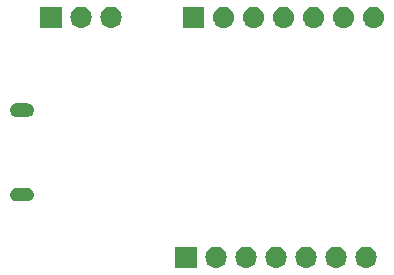
<source format=gbr>
G04 #@! TF.GenerationSoftware,KiCad,Pcbnew,(5.0.1)-3*
G04 #@! TF.CreationDate,2019-07-12T23:00:33+01:00*
G04 #@! TF.ProjectId,UsbToSerial,557362546F53657269616C2E6B696361,rev?*
G04 #@! TF.SameCoordinates,Original*
G04 #@! TF.FileFunction,Soldermask,Bot*
G04 #@! TF.FilePolarity,Negative*
%FSLAX46Y46*%
G04 Gerber Fmt 4.6, Leading zero omitted, Abs format (unit mm)*
G04 Created by KiCad (PCBNEW (5.0.1)-3) date 12/07/2019 23:00:33*
%MOMM*%
%LPD*%
G01*
G04 APERTURE LIST*
%ADD10C,0.100000*%
G04 APERTURE END LIST*
D10*
G36*
X107425443Y-89275519D02*
X107491627Y-89282037D01*
X107604853Y-89316384D01*
X107661467Y-89333557D01*
X107800087Y-89407652D01*
X107817991Y-89417222D01*
X107853729Y-89446552D01*
X107955186Y-89529814D01*
X108038448Y-89631271D01*
X108067778Y-89667009D01*
X108067779Y-89667011D01*
X108151443Y-89823533D01*
X108151443Y-89823534D01*
X108202963Y-89993373D01*
X108220359Y-90170000D01*
X108202963Y-90346627D01*
X108168616Y-90459853D01*
X108151443Y-90516467D01*
X108077348Y-90655087D01*
X108067778Y-90672991D01*
X108038448Y-90708729D01*
X107955186Y-90810186D01*
X107853729Y-90893448D01*
X107817991Y-90922778D01*
X107817989Y-90922779D01*
X107661467Y-91006443D01*
X107604853Y-91023616D01*
X107491627Y-91057963D01*
X107425442Y-91064482D01*
X107359260Y-91071000D01*
X107270740Y-91071000D01*
X107204558Y-91064482D01*
X107138373Y-91057963D01*
X107025147Y-91023616D01*
X106968533Y-91006443D01*
X106812011Y-90922779D01*
X106812009Y-90922778D01*
X106776271Y-90893448D01*
X106674814Y-90810186D01*
X106591552Y-90708729D01*
X106562222Y-90672991D01*
X106552652Y-90655087D01*
X106478557Y-90516467D01*
X106461384Y-90459853D01*
X106427037Y-90346627D01*
X106409641Y-90170000D01*
X106427037Y-89993373D01*
X106478557Y-89823534D01*
X106478557Y-89823533D01*
X106562221Y-89667011D01*
X106562222Y-89667009D01*
X106591552Y-89631271D01*
X106674814Y-89529814D01*
X106776271Y-89446552D01*
X106812009Y-89417222D01*
X106829913Y-89407652D01*
X106968533Y-89333557D01*
X107025147Y-89316384D01*
X107138373Y-89282037D01*
X107204557Y-89275519D01*
X107270740Y-89269000D01*
X107359260Y-89269000D01*
X107425443Y-89275519D01*
X107425443Y-89275519D01*
G37*
G36*
X104885443Y-89275519D02*
X104951627Y-89282037D01*
X105064853Y-89316384D01*
X105121467Y-89333557D01*
X105260087Y-89407652D01*
X105277991Y-89417222D01*
X105313729Y-89446552D01*
X105415186Y-89529814D01*
X105498448Y-89631271D01*
X105527778Y-89667009D01*
X105527779Y-89667011D01*
X105611443Y-89823533D01*
X105611443Y-89823534D01*
X105662963Y-89993373D01*
X105680359Y-90170000D01*
X105662963Y-90346627D01*
X105628616Y-90459853D01*
X105611443Y-90516467D01*
X105537348Y-90655087D01*
X105527778Y-90672991D01*
X105498448Y-90708729D01*
X105415186Y-90810186D01*
X105313729Y-90893448D01*
X105277991Y-90922778D01*
X105277989Y-90922779D01*
X105121467Y-91006443D01*
X105064853Y-91023616D01*
X104951627Y-91057963D01*
X104885442Y-91064482D01*
X104819260Y-91071000D01*
X104730740Y-91071000D01*
X104664558Y-91064482D01*
X104598373Y-91057963D01*
X104485147Y-91023616D01*
X104428533Y-91006443D01*
X104272011Y-90922779D01*
X104272009Y-90922778D01*
X104236271Y-90893448D01*
X104134814Y-90810186D01*
X104051552Y-90708729D01*
X104022222Y-90672991D01*
X104012652Y-90655087D01*
X103938557Y-90516467D01*
X103921384Y-90459853D01*
X103887037Y-90346627D01*
X103869641Y-90170000D01*
X103887037Y-89993373D01*
X103938557Y-89823534D01*
X103938557Y-89823533D01*
X104022221Y-89667011D01*
X104022222Y-89667009D01*
X104051552Y-89631271D01*
X104134814Y-89529814D01*
X104236271Y-89446552D01*
X104272009Y-89417222D01*
X104289913Y-89407652D01*
X104428533Y-89333557D01*
X104485147Y-89316384D01*
X104598373Y-89282037D01*
X104664557Y-89275519D01*
X104730740Y-89269000D01*
X104819260Y-89269000D01*
X104885443Y-89275519D01*
X104885443Y-89275519D01*
G37*
G36*
X102345443Y-89275519D02*
X102411627Y-89282037D01*
X102524853Y-89316384D01*
X102581467Y-89333557D01*
X102720087Y-89407652D01*
X102737991Y-89417222D01*
X102773729Y-89446552D01*
X102875186Y-89529814D01*
X102958448Y-89631271D01*
X102987778Y-89667009D01*
X102987779Y-89667011D01*
X103071443Y-89823533D01*
X103071443Y-89823534D01*
X103122963Y-89993373D01*
X103140359Y-90170000D01*
X103122963Y-90346627D01*
X103088616Y-90459853D01*
X103071443Y-90516467D01*
X102997348Y-90655087D01*
X102987778Y-90672991D01*
X102958448Y-90708729D01*
X102875186Y-90810186D01*
X102773729Y-90893448D01*
X102737991Y-90922778D01*
X102737989Y-90922779D01*
X102581467Y-91006443D01*
X102524853Y-91023616D01*
X102411627Y-91057963D01*
X102345442Y-91064482D01*
X102279260Y-91071000D01*
X102190740Y-91071000D01*
X102124558Y-91064482D01*
X102058373Y-91057963D01*
X101945147Y-91023616D01*
X101888533Y-91006443D01*
X101732011Y-90922779D01*
X101732009Y-90922778D01*
X101696271Y-90893448D01*
X101594814Y-90810186D01*
X101511552Y-90708729D01*
X101482222Y-90672991D01*
X101472652Y-90655087D01*
X101398557Y-90516467D01*
X101381384Y-90459853D01*
X101347037Y-90346627D01*
X101329641Y-90170000D01*
X101347037Y-89993373D01*
X101398557Y-89823534D01*
X101398557Y-89823533D01*
X101482221Y-89667011D01*
X101482222Y-89667009D01*
X101511552Y-89631271D01*
X101594814Y-89529814D01*
X101696271Y-89446552D01*
X101732009Y-89417222D01*
X101749913Y-89407652D01*
X101888533Y-89333557D01*
X101945147Y-89316384D01*
X102058373Y-89282037D01*
X102124557Y-89275519D01*
X102190740Y-89269000D01*
X102279260Y-89269000D01*
X102345443Y-89275519D01*
X102345443Y-89275519D01*
G37*
G36*
X99805443Y-89275519D02*
X99871627Y-89282037D01*
X99984853Y-89316384D01*
X100041467Y-89333557D01*
X100180087Y-89407652D01*
X100197991Y-89417222D01*
X100233729Y-89446552D01*
X100335186Y-89529814D01*
X100418448Y-89631271D01*
X100447778Y-89667009D01*
X100447779Y-89667011D01*
X100531443Y-89823533D01*
X100531443Y-89823534D01*
X100582963Y-89993373D01*
X100600359Y-90170000D01*
X100582963Y-90346627D01*
X100548616Y-90459853D01*
X100531443Y-90516467D01*
X100457348Y-90655087D01*
X100447778Y-90672991D01*
X100418448Y-90708729D01*
X100335186Y-90810186D01*
X100233729Y-90893448D01*
X100197991Y-90922778D01*
X100197989Y-90922779D01*
X100041467Y-91006443D01*
X99984853Y-91023616D01*
X99871627Y-91057963D01*
X99805442Y-91064482D01*
X99739260Y-91071000D01*
X99650740Y-91071000D01*
X99584558Y-91064482D01*
X99518373Y-91057963D01*
X99405147Y-91023616D01*
X99348533Y-91006443D01*
X99192011Y-90922779D01*
X99192009Y-90922778D01*
X99156271Y-90893448D01*
X99054814Y-90810186D01*
X98971552Y-90708729D01*
X98942222Y-90672991D01*
X98932652Y-90655087D01*
X98858557Y-90516467D01*
X98841384Y-90459853D01*
X98807037Y-90346627D01*
X98789641Y-90170000D01*
X98807037Y-89993373D01*
X98858557Y-89823534D01*
X98858557Y-89823533D01*
X98942221Y-89667011D01*
X98942222Y-89667009D01*
X98971552Y-89631271D01*
X99054814Y-89529814D01*
X99156271Y-89446552D01*
X99192009Y-89417222D01*
X99209913Y-89407652D01*
X99348533Y-89333557D01*
X99405147Y-89316384D01*
X99518373Y-89282037D01*
X99584557Y-89275519D01*
X99650740Y-89269000D01*
X99739260Y-89269000D01*
X99805443Y-89275519D01*
X99805443Y-89275519D01*
G37*
G36*
X97265443Y-89275519D02*
X97331627Y-89282037D01*
X97444853Y-89316384D01*
X97501467Y-89333557D01*
X97640087Y-89407652D01*
X97657991Y-89417222D01*
X97693729Y-89446552D01*
X97795186Y-89529814D01*
X97878448Y-89631271D01*
X97907778Y-89667009D01*
X97907779Y-89667011D01*
X97991443Y-89823533D01*
X97991443Y-89823534D01*
X98042963Y-89993373D01*
X98060359Y-90170000D01*
X98042963Y-90346627D01*
X98008616Y-90459853D01*
X97991443Y-90516467D01*
X97917348Y-90655087D01*
X97907778Y-90672991D01*
X97878448Y-90708729D01*
X97795186Y-90810186D01*
X97693729Y-90893448D01*
X97657991Y-90922778D01*
X97657989Y-90922779D01*
X97501467Y-91006443D01*
X97444853Y-91023616D01*
X97331627Y-91057963D01*
X97265442Y-91064482D01*
X97199260Y-91071000D01*
X97110740Y-91071000D01*
X97044558Y-91064482D01*
X96978373Y-91057963D01*
X96865147Y-91023616D01*
X96808533Y-91006443D01*
X96652011Y-90922779D01*
X96652009Y-90922778D01*
X96616271Y-90893448D01*
X96514814Y-90810186D01*
X96431552Y-90708729D01*
X96402222Y-90672991D01*
X96392652Y-90655087D01*
X96318557Y-90516467D01*
X96301384Y-90459853D01*
X96267037Y-90346627D01*
X96249641Y-90170000D01*
X96267037Y-89993373D01*
X96318557Y-89823534D01*
X96318557Y-89823533D01*
X96402221Y-89667011D01*
X96402222Y-89667009D01*
X96431552Y-89631271D01*
X96514814Y-89529814D01*
X96616271Y-89446552D01*
X96652009Y-89417222D01*
X96669913Y-89407652D01*
X96808533Y-89333557D01*
X96865147Y-89316384D01*
X96978373Y-89282037D01*
X97044557Y-89275519D01*
X97110740Y-89269000D01*
X97199260Y-89269000D01*
X97265443Y-89275519D01*
X97265443Y-89275519D01*
G37*
G36*
X94725443Y-89275519D02*
X94791627Y-89282037D01*
X94904853Y-89316384D01*
X94961467Y-89333557D01*
X95100087Y-89407652D01*
X95117991Y-89417222D01*
X95153729Y-89446552D01*
X95255186Y-89529814D01*
X95338448Y-89631271D01*
X95367778Y-89667009D01*
X95367779Y-89667011D01*
X95451443Y-89823533D01*
X95451443Y-89823534D01*
X95502963Y-89993373D01*
X95520359Y-90170000D01*
X95502963Y-90346627D01*
X95468616Y-90459853D01*
X95451443Y-90516467D01*
X95377348Y-90655087D01*
X95367778Y-90672991D01*
X95338448Y-90708729D01*
X95255186Y-90810186D01*
X95153729Y-90893448D01*
X95117991Y-90922778D01*
X95117989Y-90922779D01*
X94961467Y-91006443D01*
X94904853Y-91023616D01*
X94791627Y-91057963D01*
X94725442Y-91064482D01*
X94659260Y-91071000D01*
X94570740Y-91071000D01*
X94504558Y-91064482D01*
X94438373Y-91057963D01*
X94325147Y-91023616D01*
X94268533Y-91006443D01*
X94112011Y-90922779D01*
X94112009Y-90922778D01*
X94076271Y-90893448D01*
X93974814Y-90810186D01*
X93891552Y-90708729D01*
X93862222Y-90672991D01*
X93852652Y-90655087D01*
X93778557Y-90516467D01*
X93761384Y-90459853D01*
X93727037Y-90346627D01*
X93709641Y-90170000D01*
X93727037Y-89993373D01*
X93778557Y-89823534D01*
X93778557Y-89823533D01*
X93862221Y-89667011D01*
X93862222Y-89667009D01*
X93891552Y-89631271D01*
X93974814Y-89529814D01*
X94076271Y-89446552D01*
X94112009Y-89417222D01*
X94129913Y-89407652D01*
X94268533Y-89333557D01*
X94325147Y-89316384D01*
X94438373Y-89282037D01*
X94504557Y-89275519D01*
X94570740Y-89269000D01*
X94659260Y-89269000D01*
X94725443Y-89275519D01*
X94725443Y-89275519D01*
G37*
G36*
X92976000Y-91071000D02*
X91174000Y-91071000D01*
X91174000Y-89269000D01*
X92976000Y-89269000D01*
X92976000Y-91071000D01*
X92976000Y-91071000D01*
G37*
G36*
X78712916Y-84287334D02*
X78821492Y-84320271D01*
X78921557Y-84373756D01*
X79009264Y-84445736D01*
X79081244Y-84533443D01*
X79134729Y-84633508D01*
X79167666Y-84742084D01*
X79178787Y-84855000D01*
X79167666Y-84967916D01*
X79134729Y-85076492D01*
X79081244Y-85176557D01*
X79009264Y-85264264D01*
X78921557Y-85336244D01*
X78821492Y-85389729D01*
X78712916Y-85422666D01*
X78628298Y-85431000D01*
X77721702Y-85431000D01*
X77637084Y-85422666D01*
X77528508Y-85389729D01*
X77428443Y-85336244D01*
X77340736Y-85264264D01*
X77268756Y-85176557D01*
X77215271Y-85076492D01*
X77182334Y-84967916D01*
X77171213Y-84855000D01*
X77182334Y-84742084D01*
X77215271Y-84633508D01*
X77268756Y-84533443D01*
X77340736Y-84445736D01*
X77428443Y-84373756D01*
X77528508Y-84320271D01*
X77637084Y-84287334D01*
X77721702Y-84279000D01*
X78628298Y-84279000D01*
X78712916Y-84287334D01*
X78712916Y-84287334D01*
G37*
G36*
X78712916Y-77137334D02*
X78821492Y-77170271D01*
X78921557Y-77223756D01*
X79009264Y-77295736D01*
X79081244Y-77383443D01*
X79134729Y-77483508D01*
X79167666Y-77592084D01*
X79178787Y-77705000D01*
X79167666Y-77817916D01*
X79134729Y-77926492D01*
X79081244Y-78026557D01*
X79009264Y-78114264D01*
X78921557Y-78186244D01*
X78821492Y-78239729D01*
X78712916Y-78272666D01*
X78628298Y-78281000D01*
X77721702Y-78281000D01*
X77637084Y-78272666D01*
X77528508Y-78239729D01*
X77428443Y-78186244D01*
X77340736Y-78114264D01*
X77268756Y-78026557D01*
X77215271Y-77926492D01*
X77182334Y-77817916D01*
X77171213Y-77705000D01*
X77182334Y-77592084D01*
X77215271Y-77483508D01*
X77268756Y-77383443D01*
X77340736Y-77295736D01*
X77428443Y-77223756D01*
X77528508Y-77170271D01*
X77637084Y-77137334D01*
X77721702Y-77129000D01*
X78628298Y-77129000D01*
X78712916Y-77137334D01*
X78712916Y-77137334D01*
G37*
G36*
X81546000Y-70751000D02*
X79744000Y-70751000D01*
X79744000Y-68949000D01*
X81546000Y-68949000D01*
X81546000Y-70751000D01*
X81546000Y-70751000D01*
G37*
G36*
X85835443Y-68955519D02*
X85901627Y-68962037D01*
X86014853Y-68996384D01*
X86071467Y-69013557D01*
X86210087Y-69087652D01*
X86227991Y-69097222D01*
X86263729Y-69126552D01*
X86365186Y-69209814D01*
X86448448Y-69311271D01*
X86477778Y-69347009D01*
X86477779Y-69347011D01*
X86561443Y-69503533D01*
X86561443Y-69503534D01*
X86612963Y-69673373D01*
X86630359Y-69850000D01*
X86612963Y-70026627D01*
X86578616Y-70139853D01*
X86561443Y-70196467D01*
X86487348Y-70335087D01*
X86477778Y-70352991D01*
X86448448Y-70388729D01*
X86365186Y-70490186D01*
X86263729Y-70573448D01*
X86227991Y-70602778D01*
X86227989Y-70602779D01*
X86071467Y-70686443D01*
X86014853Y-70703616D01*
X85901627Y-70737963D01*
X85835443Y-70744481D01*
X85769260Y-70751000D01*
X85680740Y-70751000D01*
X85614557Y-70744481D01*
X85548373Y-70737963D01*
X85435147Y-70703616D01*
X85378533Y-70686443D01*
X85222011Y-70602779D01*
X85222009Y-70602778D01*
X85186271Y-70573448D01*
X85084814Y-70490186D01*
X85001552Y-70388729D01*
X84972222Y-70352991D01*
X84962652Y-70335087D01*
X84888557Y-70196467D01*
X84871384Y-70139853D01*
X84837037Y-70026627D01*
X84819641Y-69850000D01*
X84837037Y-69673373D01*
X84888557Y-69503534D01*
X84888557Y-69503533D01*
X84972221Y-69347011D01*
X84972222Y-69347009D01*
X85001552Y-69311271D01*
X85084814Y-69209814D01*
X85186271Y-69126552D01*
X85222009Y-69097222D01*
X85239913Y-69087652D01*
X85378533Y-69013557D01*
X85435147Y-68996384D01*
X85548373Y-68962037D01*
X85614557Y-68955519D01*
X85680740Y-68949000D01*
X85769260Y-68949000D01*
X85835443Y-68955519D01*
X85835443Y-68955519D01*
G37*
G36*
X83295443Y-68955519D02*
X83361627Y-68962037D01*
X83474853Y-68996384D01*
X83531467Y-69013557D01*
X83670087Y-69087652D01*
X83687991Y-69097222D01*
X83723729Y-69126552D01*
X83825186Y-69209814D01*
X83908448Y-69311271D01*
X83937778Y-69347009D01*
X83937779Y-69347011D01*
X84021443Y-69503533D01*
X84021443Y-69503534D01*
X84072963Y-69673373D01*
X84090359Y-69850000D01*
X84072963Y-70026627D01*
X84038616Y-70139853D01*
X84021443Y-70196467D01*
X83947348Y-70335087D01*
X83937778Y-70352991D01*
X83908448Y-70388729D01*
X83825186Y-70490186D01*
X83723729Y-70573448D01*
X83687991Y-70602778D01*
X83687989Y-70602779D01*
X83531467Y-70686443D01*
X83474853Y-70703616D01*
X83361627Y-70737963D01*
X83295443Y-70744481D01*
X83229260Y-70751000D01*
X83140740Y-70751000D01*
X83074557Y-70744481D01*
X83008373Y-70737963D01*
X82895147Y-70703616D01*
X82838533Y-70686443D01*
X82682011Y-70602779D01*
X82682009Y-70602778D01*
X82646271Y-70573448D01*
X82544814Y-70490186D01*
X82461552Y-70388729D01*
X82432222Y-70352991D01*
X82422652Y-70335087D01*
X82348557Y-70196467D01*
X82331384Y-70139853D01*
X82297037Y-70026627D01*
X82279641Y-69850000D01*
X82297037Y-69673373D01*
X82348557Y-69503534D01*
X82348557Y-69503533D01*
X82432221Y-69347011D01*
X82432222Y-69347009D01*
X82461552Y-69311271D01*
X82544814Y-69209814D01*
X82646271Y-69126552D01*
X82682009Y-69097222D01*
X82699913Y-69087652D01*
X82838533Y-69013557D01*
X82895147Y-68996384D01*
X83008373Y-68962037D01*
X83074557Y-68955519D01*
X83140740Y-68949000D01*
X83229260Y-68949000D01*
X83295443Y-68955519D01*
X83295443Y-68955519D01*
G37*
G36*
X93611000Y-70751000D02*
X91809000Y-70751000D01*
X91809000Y-68949000D01*
X93611000Y-68949000D01*
X93611000Y-70751000D01*
X93611000Y-70751000D01*
G37*
G36*
X95360443Y-68955519D02*
X95426627Y-68962037D01*
X95539853Y-68996384D01*
X95596467Y-69013557D01*
X95735087Y-69087652D01*
X95752991Y-69097222D01*
X95788729Y-69126552D01*
X95890186Y-69209814D01*
X95973448Y-69311271D01*
X96002778Y-69347009D01*
X96002779Y-69347011D01*
X96086443Y-69503533D01*
X96086443Y-69503534D01*
X96137963Y-69673373D01*
X96155359Y-69850000D01*
X96137963Y-70026627D01*
X96103616Y-70139853D01*
X96086443Y-70196467D01*
X96012348Y-70335087D01*
X96002778Y-70352991D01*
X95973448Y-70388729D01*
X95890186Y-70490186D01*
X95788729Y-70573448D01*
X95752991Y-70602778D01*
X95752989Y-70602779D01*
X95596467Y-70686443D01*
X95539853Y-70703616D01*
X95426627Y-70737963D01*
X95360443Y-70744481D01*
X95294260Y-70751000D01*
X95205740Y-70751000D01*
X95139557Y-70744481D01*
X95073373Y-70737963D01*
X94960147Y-70703616D01*
X94903533Y-70686443D01*
X94747011Y-70602779D01*
X94747009Y-70602778D01*
X94711271Y-70573448D01*
X94609814Y-70490186D01*
X94526552Y-70388729D01*
X94497222Y-70352991D01*
X94487652Y-70335087D01*
X94413557Y-70196467D01*
X94396384Y-70139853D01*
X94362037Y-70026627D01*
X94344641Y-69850000D01*
X94362037Y-69673373D01*
X94413557Y-69503534D01*
X94413557Y-69503533D01*
X94497221Y-69347011D01*
X94497222Y-69347009D01*
X94526552Y-69311271D01*
X94609814Y-69209814D01*
X94711271Y-69126552D01*
X94747009Y-69097222D01*
X94764913Y-69087652D01*
X94903533Y-69013557D01*
X94960147Y-68996384D01*
X95073373Y-68962037D01*
X95139557Y-68955519D01*
X95205740Y-68949000D01*
X95294260Y-68949000D01*
X95360443Y-68955519D01*
X95360443Y-68955519D01*
G37*
G36*
X97900443Y-68955519D02*
X97966627Y-68962037D01*
X98079853Y-68996384D01*
X98136467Y-69013557D01*
X98275087Y-69087652D01*
X98292991Y-69097222D01*
X98328729Y-69126552D01*
X98430186Y-69209814D01*
X98513448Y-69311271D01*
X98542778Y-69347009D01*
X98542779Y-69347011D01*
X98626443Y-69503533D01*
X98626443Y-69503534D01*
X98677963Y-69673373D01*
X98695359Y-69850000D01*
X98677963Y-70026627D01*
X98643616Y-70139853D01*
X98626443Y-70196467D01*
X98552348Y-70335087D01*
X98542778Y-70352991D01*
X98513448Y-70388729D01*
X98430186Y-70490186D01*
X98328729Y-70573448D01*
X98292991Y-70602778D01*
X98292989Y-70602779D01*
X98136467Y-70686443D01*
X98079853Y-70703616D01*
X97966627Y-70737963D01*
X97900443Y-70744481D01*
X97834260Y-70751000D01*
X97745740Y-70751000D01*
X97679557Y-70744481D01*
X97613373Y-70737963D01*
X97500147Y-70703616D01*
X97443533Y-70686443D01*
X97287011Y-70602779D01*
X97287009Y-70602778D01*
X97251271Y-70573448D01*
X97149814Y-70490186D01*
X97066552Y-70388729D01*
X97037222Y-70352991D01*
X97027652Y-70335087D01*
X96953557Y-70196467D01*
X96936384Y-70139853D01*
X96902037Y-70026627D01*
X96884641Y-69850000D01*
X96902037Y-69673373D01*
X96953557Y-69503534D01*
X96953557Y-69503533D01*
X97037221Y-69347011D01*
X97037222Y-69347009D01*
X97066552Y-69311271D01*
X97149814Y-69209814D01*
X97251271Y-69126552D01*
X97287009Y-69097222D01*
X97304913Y-69087652D01*
X97443533Y-69013557D01*
X97500147Y-68996384D01*
X97613373Y-68962037D01*
X97679557Y-68955519D01*
X97745740Y-68949000D01*
X97834260Y-68949000D01*
X97900443Y-68955519D01*
X97900443Y-68955519D01*
G37*
G36*
X100440443Y-68955519D02*
X100506627Y-68962037D01*
X100619853Y-68996384D01*
X100676467Y-69013557D01*
X100815087Y-69087652D01*
X100832991Y-69097222D01*
X100868729Y-69126552D01*
X100970186Y-69209814D01*
X101053448Y-69311271D01*
X101082778Y-69347009D01*
X101082779Y-69347011D01*
X101166443Y-69503533D01*
X101166443Y-69503534D01*
X101217963Y-69673373D01*
X101235359Y-69850000D01*
X101217963Y-70026627D01*
X101183616Y-70139853D01*
X101166443Y-70196467D01*
X101092348Y-70335087D01*
X101082778Y-70352991D01*
X101053448Y-70388729D01*
X100970186Y-70490186D01*
X100868729Y-70573448D01*
X100832991Y-70602778D01*
X100832989Y-70602779D01*
X100676467Y-70686443D01*
X100619853Y-70703616D01*
X100506627Y-70737963D01*
X100440443Y-70744481D01*
X100374260Y-70751000D01*
X100285740Y-70751000D01*
X100219557Y-70744481D01*
X100153373Y-70737963D01*
X100040147Y-70703616D01*
X99983533Y-70686443D01*
X99827011Y-70602779D01*
X99827009Y-70602778D01*
X99791271Y-70573448D01*
X99689814Y-70490186D01*
X99606552Y-70388729D01*
X99577222Y-70352991D01*
X99567652Y-70335087D01*
X99493557Y-70196467D01*
X99476384Y-70139853D01*
X99442037Y-70026627D01*
X99424641Y-69850000D01*
X99442037Y-69673373D01*
X99493557Y-69503534D01*
X99493557Y-69503533D01*
X99577221Y-69347011D01*
X99577222Y-69347009D01*
X99606552Y-69311271D01*
X99689814Y-69209814D01*
X99791271Y-69126552D01*
X99827009Y-69097222D01*
X99844913Y-69087652D01*
X99983533Y-69013557D01*
X100040147Y-68996384D01*
X100153373Y-68962037D01*
X100219557Y-68955519D01*
X100285740Y-68949000D01*
X100374260Y-68949000D01*
X100440443Y-68955519D01*
X100440443Y-68955519D01*
G37*
G36*
X105520443Y-68955519D02*
X105586627Y-68962037D01*
X105699853Y-68996384D01*
X105756467Y-69013557D01*
X105895087Y-69087652D01*
X105912991Y-69097222D01*
X105948729Y-69126552D01*
X106050186Y-69209814D01*
X106133448Y-69311271D01*
X106162778Y-69347009D01*
X106162779Y-69347011D01*
X106246443Y-69503533D01*
X106246443Y-69503534D01*
X106297963Y-69673373D01*
X106315359Y-69850000D01*
X106297963Y-70026627D01*
X106263616Y-70139853D01*
X106246443Y-70196467D01*
X106172348Y-70335087D01*
X106162778Y-70352991D01*
X106133448Y-70388729D01*
X106050186Y-70490186D01*
X105948729Y-70573448D01*
X105912991Y-70602778D01*
X105912989Y-70602779D01*
X105756467Y-70686443D01*
X105699853Y-70703616D01*
X105586627Y-70737963D01*
X105520443Y-70744481D01*
X105454260Y-70751000D01*
X105365740Y-70751000D01*
X105299557Y-70744481D01*
X105233373Y-70737963D01*
X105120147Y-70703616D01*
X105063533Y-70686443D01*
X104907011Y-70602779D01*
X104907009Y-70602778D01*
X104871271Y-70573448D01*
X104769814Y-70490186D01*
X104686552Y-70388729D01*
X104657222Y-70352991D01*
X104647652Y-70335087D01*
X104573557Y-70196467D01*
X104556384Y-70139853D01*
X104522037Y-70026627D01*
X104504641Y-69850000D01*
X104522037Y-69673373D01*
X104573557Y-69503534D01*
X104573557Y-69503533D01*
X104657221Y-69347011D01*
X104657222Y-69347009D01*
X104686552Y-69311271D01*
X104769814Y-69209814D01*
X104871271Y-69126552D01*
X104907009Y-69097222D01*
X104924913Y-69087652D01*
X105063533Y-69013557D01*
X105120147Y-68996384D01*
X105233373Y-68962037D01*
X105299557Y-68955519D01*
X105365740Y-68949000D01*
X105454260Y-68949000D01*
X105520443Y-68955519D01*
X105520443Y-68955519D01*
G37*
G36*
X108060443Y-68955519D02*
X108126627Y-68962037D01*
X108239853Y-68996384D01*
X108296467Y-69013557D01*
X108435087Y-69087652D01*
X108452991Y-69097222D01*
X108488729Y-69126552D01*
X108590186Y-69209814D01*
X108673448Y-69311271D01*
X108702778Y-69347009D01*
X108702779Y-69347011D01*
X108786443Y-69503533D01*
X108786443Y-69503534D01*
X108837963Y-69673373D01*
X108855359Y-69850000D01*
X108837963Y-70026627D01*
X108803616Y-70139853D01*
X108786443Y-70196467D01*
X108712348Y-70335087D01*
X108702778Y-70352991D01*
X108673448Y-70388729D01*
X108590186Y-70490186D01*
X108488729Y-70573448D01*
X108452991Y-70602778D01*
X108452989Y-70602779D01*
X108296467Y-70686443D01*
X108239853Y-70703616D01*
X108126627Y-70737963D01*
X108060443Y-70744481D01*
X107994260Y-70751000D01*
X107905740Y-70751000D01*
X107839557Y-70744481D01*
X107773373Y-70737963D01*
X107660147Y-70703616D01*
X107603533Y-70686443D01*
X107447011Y-70602779D01*
X107447009Y-70602778D01*
X107411271Y-70573448D01*
X107309814Y-70490186D01*
X107226552Y-70388729D01*
X107197222Y-70352991D01*
X107187652Y-70335087D01*
X107113557Y-70196467D01*
X107096384Y-70139853D01*
X107062037Y-70026627D01*
X107044641Y-69850000D01*
X107062037Y-69673373D01*
X107113557Y-69503534D01*
X107113557Y-69503533D01*
X107197221Y-69347011D01*
X107197222Y-69347009D01*
X107226552Y-69311271D01*
X107309814Y-69209814D01*
X107411271Y-69126552D01*
X107447009Y-69097222D01*
X107464913Y-69087652D01*
X107603533Y-69013557D01*
X107660147Y-68996384D01*
X107773373Y-68962037D01*
X107839557Y-68955519D01*
X107905740Y-68949000D01*
X107994260Y-68949000D01*
X108060443Y-68955519D01*
X108060443Y-68955519D01*
G37*
G36*
X102980443Y-68955519D02*
X103046627Y-68962037D01*
X103159853Y-68996384D01*
X103216467Y-69013557D01*
X103355087Y-69087652D01*
X103372991Y-69097222D01*
X103408729Y-69126552D01*
X103510186Y-69209814D01*
X103593448Y-69311271D01*
X103622778Y-69347009D01*
X103622779Y-69347011D01*
X103706443Y-69503533D01*
X103706443Y-69503534D01*
X103757963Y-69673373D01*
X103775359Y-69850000D01*
X103757963Y-70026627D01*
X103723616Y-70139853D01*
X103706443Y-70196467D01*
X103632348Y-70335087D01*
X103622778Y-70352991D01*
X103593448Y-70388729D01*
X103510186Y-70490186D01*
X103408729Y-70573448D01*
X103372991Y-70602778D01*
X103372989Y-70602779D01*
X103216467Y-70686443D01*
X103159853Y-70703616D01*
X103046627Y-70737963D01*
X102980443Y-70744481D01*
X102914260Y-70751000D01*
X102825740Y-70751000D01*
X102759557Y-70744481D01*
X102693373Y-70737963D01*
X102580147Y-70703616D01*
X102523533Y-70686443D01*
X102367011Y-70602779D01*
X102367009Y-70602778D01*
X102331271Y-70573448D01*
X102229814Y-70490186D01*
X102146552Y-70388729D01*
X102117222Y-70352991D01*
X102107652Y-70335087D01*
X102033557Y-70196467D01*
X102016384Y-70139853D01*
X101982037Y-70026627D01*
X101964641Y-69850000D01*
X101982037Y-69673373D01*
X102033557Y-69503534D01*
X102033557Y-69503533D01*
X102117221Y-69347011D01*
X102117222Y-69347009D01*
X102146552Y-69311271D01*
X102229814Y-69209814D01*
X102331271Y-69126552D01*
X102367009Y-69097222D01*
X102384913Y-69087652D01*
X102523533Y-69013557D01*
X102580147Y-68996384D01*
X102693373Y-68962037D01*
X102759557Y-68955519D01*
X102825740Y-68949000D01*
X102914260Y-68949000D01*
X102980443Y-68955519D01*
X102980443Y-68955519D01*
G37*
M02*

</source>
